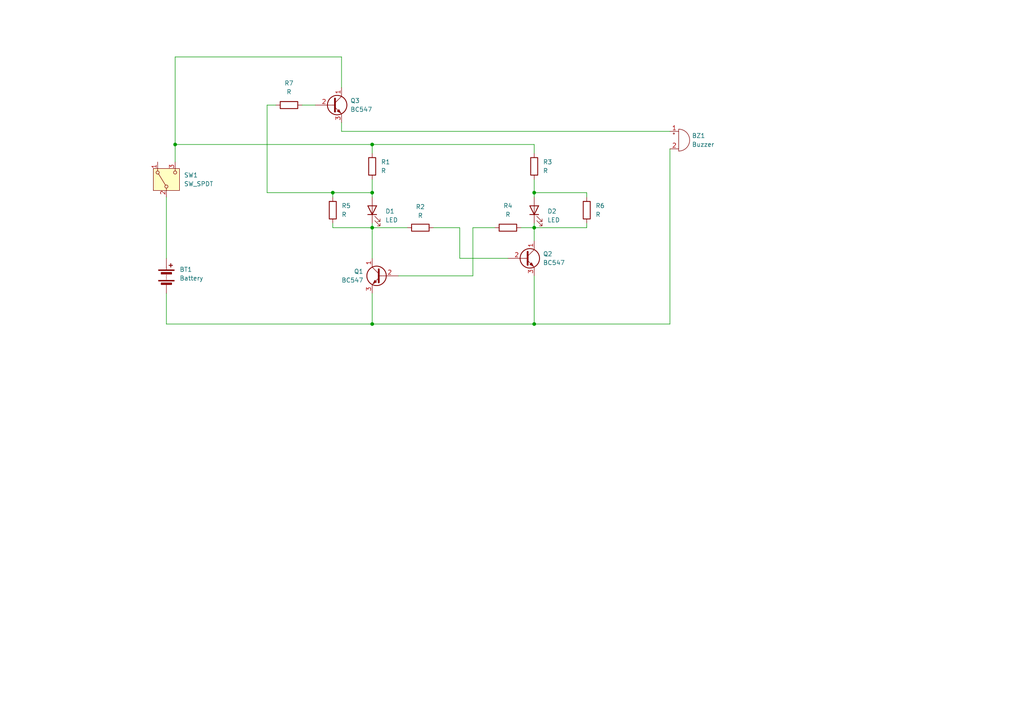
<source format=kicad_sch>
(kicad_sch (version 20231120) (generator "eeschema") (generator_version "8.0")
  (paper "A4")
  (lib_symbols
    (symbol "Device:Battery" (pin_numbers hide) (pin_names (offset 0) hide)
      (property "Reference" "BT" (at 2.54 2.54 0))
      (property "Value" "Battery" (at 2.54 0 0))
      (symbol "Battery_0_1"
        (rectangle (start -2.286 -1.27) (end 2.286 -1.524) (fill (type outline)))
        (rectangle (start -2.286 1.778) (end 2.286 1.524) (fill (type outline)))
        (rectangle (start -1.524 -2.032) (end 1.524 -2.54) (fill (type outline)))
        (rectangle (start -1.524 1.016) (end 1.524 0.508) (fill (type outline)))
        (polyline (pts (xy 0 -1.016) (xy 0 -0.762)))
        (polyline (pts (xy 0 -0.508) (xy 0 -0.254)))
        (polyline (pts (xy 0 0) (xy 0 0.254)))
        (polyline (pts (xy 0 1.778) (xy 0 2.54)))
        (polyline (pts (xy 0.762 3.048) (xy 1.778 3.048)) (stroke (width 0.254)))
        (polyline (pts (xy 1.27 3.556) (xy 1.27 2.54)) (stroke (width 0.254)))
      )
      (symbol "Battery_1_1"
        (pin passive line (at 0 5.08 270) (length 2.54) (name "+") (number "1"))
        (pin passive line (at 0 -5.08 90) (length 2.54) (name "-") (number "2"))
      )
    )
    (symbol "Device:Buzzer" (pin_names (offset 0.0254) hide)
      (property "Reference" "BZ" (at 3.81 1.27 0))
      (property "Value" "Buzzer" (at 3.81 -1.27 0))
      (symbol "Buzzer_0_1"
        (arc (start 0 -3.175) (mid 3.1612 0) (end 0 3.175))
        (polyline (pts (xy -1.651 1.905) (xy -1.143 1.905)))
        (polyline (pts (xy -1.397 2.159) (xy -1.397 1.651)))
        (polyline (pts (xy 0 3.175) (xy 0 -3.175)))
      )
      (symbol "Buzzer_1_1"
        (pin passive line (at -2.54 2.54 0) (length 2.54) (name "+") (number "1"))
        (pin passive line (at -2.54 -2.54 0) (length 2.54) (name "-") (number "2"))
      )
    )
    (symbol "Device:LED" (pin_numbers hide) (pin_names (offset 1.016) hide)
      (property "Reference" "D" (at 0 2.54 0))
      (property "Value" "LED" (at 0 -2.54 0))
      (symbol "LED_0_1"
        (polyline (pts (xy -1.27 -1.27) (xy -1.27 1.27)) (stroke (width 0.254)))
        (polyline (pts (xy -1.27 0) (xy 1.27 0)))
        (polyline (pts (xy 1.27 -1.27) (xy 1.27 1.27) (xy -1.27 0) (xy 1.27 -1.27)) (stroke (width 0.254)))
        (polyline (pts (xy -3.048 -0.762) (xy -4.572 -2.286) (xy -3.81 -2.286) (xy -4.572 -2.286) (xy -4.572 -1.524)))
        (polyline (pts (xy -1.778 -0.762) (xy -3.302 -2.286) (xy -2.54 -2.286) (xy -3.302 -2.286) (xy -3.302 -1.524)))
      )
      (symbol "LED_1_1"
        (pin passive line (at -3.81 0 0) (length 2.54) (name "K") (number "1"))
        (pin passive line (at 3.81 0 180) (length 2.54) (name "A") (number "2"))
      )
    )
    (symbol "Device:R" (pin_numbers hide) (pin_names (offset 0))
      (property "Reference" "R" (at 2.032 0 90))
      (property "Value" "R" (at 0 0 90))
      (symbol "R_0_1"
        (rectangle (start -1.016 -2.54) (end 1.016 2.54) (stroke (width 0.254)))
      )
      (symbol "R_1_1"
        (pin passive line (at 0 3.81 270) (length 1.27) (name "~") (number "1"))
        (pin passive line (at 0 -3.81 90) (length 1.27) (name "~") (number "2"))
      )
    )
    (symbol "Switch:SW_SPDT" (pin_names (offset 0) hide)
      (property "Reference" "SW" (at 0 5.08 0))
      (property "Value" "SW_SPDT" (at 0 -5.08 0))
      (symbol "SW_SPDT_0_1"
        (circle (center -2.032 0) (radius 0.4572))
        (polyline (pts (xy -1.651 0.254) (xy 1.651 2.286)))
        (circle (center 2.032 -2.54) (radius 0.4572))
        (circle (center 2.032 2.54) (radius 0.4572))
      )
      (symbol "SW_SPDT_1_1"
        (rectangle (start -3.175 3.81) (end 3.175 -3.81) (fill (type background)))
        (pin passive line (at 5.08 2.54 180) (length 2.54) (name "A") (number "1"))
        (pin passive line (at -5.08 0 0) (length 2.54) (name "B") (number "2"))
        (pin passive line (at 5.08 -2.54 180) (length 2.54) (name "C") (number "3"))
      )
    )
    (symbol "Transistor_BJT:BC547" (pin_names (offset 0) hide)
      (property "Reference" "Q" (at 5.08 1.905 0))
      (property "Value" "BC547" (at 5.08 0 0))
      (symbol "BC547_0_1"
        (polyline (pts (xy 0 0) (xy 0.635 0)))
        (polyline (pts (xy 0.635 0.635) (xy 2.54 2.54)))
        (polyline (pts (xy 0.635 -0.635) (xy 2.54 -2.54) (xy 2.54 -2.54)))
        (polyline (pts (xy 0.635 1.905) (xy 0.635 -1.905) (xy 0.635 -1.905)) (stroke (width 0.508)))
        (polyline (pts (xy 1.27 -1.778) (xy 1.778 -1.27) (xy 2.286 -2.286) (xy 1.27 -1.778) (xy 1.27 -1.778)) (fill (type outline)))
        (circle (center 1.27 0) (radius 2.8194) (stroke (width 0.254)))
      )
      (symbol "BC547_1_1"
        (pin passive line (at 2.54 5.08 270) (length 2.54) (name "C") (number "1"))
        (pin input line (at -5.08 0 0) (length 5.08) (name "B") (number "2"))
        (pin passive line (at 2.54 -5.08 90) (length 2.54) (name "E") (number "3"))
      )
    )
  )
  (junction (at 154.94 93.98))
  (junction (at 107.95 93.98))
  (junction (at 96.52 55.88))
  (junction (at 154.94 55.88))
  (junction (at 107.95 41.91))
  (junction (at 107.95 66.04))
  (junction (at 154.94 66.04))
  (junction (at 107.95 55.88))
  (junction (at 50.8 41.91))
  (wire (pts (xy 91.44 30.48) (xy 87.63 30.48)))
  (wire (pts (xy 50.8 46.99) (xy 50.8 41.91)))
  (wire (pts (xy 107.95 66.04) (xy 118.11 66.04)))
  (wire (pts (xy 50.8 41.91) (xy 50.8 16.51)))
  (wire (pts (xy 194.31 93.98) (xy 154.94 93.98)))
  (wire (pts (xy 137.16 80.01) (xy 115.57 80.01)))
  (wire (pts (xy 154.94 44.45) (xy 154.94 41.91)))
  (wire (pts (xy 99.06 35.56) (xy 99.06 38.1)))
  (wire (pts (xy 50.8 41.91) (xy 107.95 41.91)))
  (wire (pts (xy 154.94 52.07) (xy 154.94 55.88)))
  (wire (pts (xy 107.95 93.98) (xy 48.26 93.98)))
  (wire (pts (xy 170.18 64.77) (xy 170.18 66.04)))
  (wire (pts (xy 48.26 93.98) (xy 48.26 85.09)))
  (wire (pts (xy 154.94 64.77) (xy 154.94 66.04)))
  (wire (pts (xy 96.52 66.04) (xy 107.95 66.04)))
  (wire (pts (xy 96.52 57.15) (xy 96.52 55.88)))
  (wire (pts (xy 107.95 44.45) (xy 107.95 41.91)))
  (wire (pts (xy 96.52 55.88) (xy 107.95 55.88)))
  (wire (pts (xy 77.47 55.88) (xy 77.47 30.48)))
  (wire (pts (xy 170.18 57.15) (xy 170.18 55.88)))
  (wire (pts (xy 48.26 57.15) (xy 48.26 74.93)))
  (wire (pts (xy 50.8 16.51) (xy 99.06 16.51)))
  (wire (pts (xy 154.94 93.98) (xy 107.95 93.98)))
  (wire (pts (xy 151.13 66.04) (xy 154.94 66.04)))
  (wire (pts (xy 107.95 85.09) (xy 107.95 93.98)))
  (wire (pts (xy 154.94 66.04) (xy 154.94 69.85)))
  (wire (pts (xy 99.06 38.1) (xy 194.31 38.1)))
  (wire (pts (xy 137.16 66.04) (xy 137.16 80.01)))
  (wire (pts (xy 107.95 55.88) (xy 107.95 57.15)))
  (wire (pts (xy 170.18 66.04) (xy 154.94 66.04)))
  (wire (pts (xy 77.47 30.48) (xy 80.01 30.48)))
  (wire (pts (xy 107.95 52.07) (xy 107.95 55.88)))
  (wire (pts (xy 143.51 66.04) (xy 137.16 66.04)))
  (wire (pts (xy 194.31 43.18) (xy 194.31 93.98)))
  (wire (pts (xy 154.94 55.88) (xy 170.18 55.88)))
  (wire (pts (xy 133.35 74.93) (xy 147.32 74.93)))
  (wire (pts (xy 77.47 55.88) (xy 96.52 55.88)))
  (wire (pts (xy 154.94 55.88) (xy 154.94 57.15)))
  (wire (pts (xy 96.52 64.77) (xy 96.52 66.04)))
  (wire (pts (xy 154.94 80.01) (xy 154.94 93.98)))
  (wire (pts (xy 99.06 16.51) (xy 99.06 25.4)))
  (wire (pts (xy 107.95 66.04) (xy 107.95 64.77)))
  (wire (pts (xy 125.73 66.04) (xy 133.35 66.04)))
  (wire (pts (xy 107.95 74.93) (xy 107.95 66.04)))
  (wire (pts (xy 133.35 66.04) (xy 133.35 74.93)))
  (wire (pts (xy 107.95 41.91) (xy 154.94 41.91)))
  (symbol (lib_id "Transistor_BJT:BC547") (at 152.4 74.93 0) (unit 1)
    (property "Reference" "Q2" (at 157.48 73.6599 0) (effects (justify left)))
    (property "Value" "BC547" (at 157.48 76.1999 0) (effects (justify left)))
    (property "Footprint" "Package_TO_SOT_THT:TO-92_Inline" (effects (hide yes)))
    (property "Datasheet" "https://www.onsemi.com/pub/Collateral/BC550-D.pdf" (effects (hide yes)))
    (property "Description" "0.1A Ic, 45V Vce, Small Signal NPN Transistor, TO-92" (effects (hide yes)))
  )
  (symbol (lib_id "Device:LED") (at 154.94 60.96 90) (unit 1)
    (property "Reference" "D2" (at 158.75 61.2774 90) (effects (justify right)))
    (property "Value" "LED" (at 158.75 63.8174 90) (effects (justify right)))
    (property "Description" "Light emitting diode" (effects (hide yes)))
  )
  (symbol (lib_id "Device:R") (at 107.95 48.26 180) (unit 1)
    (property "Reference" "R1" (at 110.49 46.9899 0) (effects (justify right)))
    (property "Value" "R" (at 110.49 49.5299 0) (effects (justify right)))
    (property "Description" "Resistor" (effects (hide yes)))
  )
  (symbol (lib_id "Switch:SW_SPDT") (at 48.26 52.07 90) (unit 1)
    (property "Reference" "SW1" (at 53.34 50.7999 90) (effects (justify right)))
    (property "Value" "SW_SPDT" (at 53.34 53.3399 90) (effects (justify right)))
    (property "Description" "Switch, single pole double throw" (effects (hide yes)))
  )
  (symbol (lib_id "Transistor_BJT:BC547") (at 110.49 80.01 0) (mirror y) (unit 1)
    (property "Reference" "Q1" (at 105.41 78.7399 0) (effects (justify left)))
    (property "Value" "BC547" (at 105.41 81.2799 0) (effects (justify left)))
    (property "Footprint" "Package_TO_SOT_THT:TO-92_Inline" (effects (hide yes)))
    (property "Datasheet" "https://www.onsemi.com/pub/Collateral/BC550-D.pdf" (effects (hide yes)))
    (property "Description" "0.1A Ic, 45V Vce, Small Signal NPN Transistor, TO-92" (effects (hide yes)))
  )
  (symbol (lib_id "Device:Buzzer") (at 196.85 40.64 0) (unit 1)
    (property "Reference" "BZ1" (at 200.66 39.3699 0) (effects (justify left)))
    (property "Value" "Buzzer" (at 200.66 41.9099 0) (effects (justify left)))
    (property "Description" "Buzzer, polarized" (effects (hide yes)))
  )
  (symbol (lib_id "Device:R") (at 121.92 66.04 270) (unit 1)
    (property "Reference" "R2" (at 121.92 59.993 90))
    (property "Value" "R" (at 121.92 62.533 90))
    (property "Description" "Resistor" (effects (hide yes)))
  )
  (symbol (lib_id "Device:R") (at 83.82 30.48 270) (unit 1)
    (property "Reference" "R7" (at 83.82 24.13 90))
    (property "Value" "R" (at 83.82 26.67 90))
    (property "Description" "Resistor" (effects (hide yes)))
  )
  (symbol (lib_id "Device:LED") (at 107.95 60.96 90) (unit 1)
    (property "Reference" "D1" (at 111.76 61.2774 90) (effects (justify right)))
    (property "Value" "LED" (at 111.76 63.8174 90) (effects (justify right)))
    (property "Description" "Light emitting diode" (effects (hide yes)))
  )
  (symbol (lib_id "Device:Battery") (at 48.26 80.01 0) (unit 1)
    (property "Reference" "BT1" (at 52.07 78.1684 0) (effects (justify left)))
    (property "Value" "Battery" (at 52.07 80.7084 0) (effects (justify left)))
    (property "Description" "Multiple-cell battery" (effects (hide yes)))
  )
  (symbol (lib_id "Device:R") (at 147.32 66.04 270) (unit 1)
    (property "Reference" "R4" (at 147.32 59.69 90))
    (property "Value" "R" (at 147.32 62.23 90))
    (property "Description" "Resistor" (effects (hide yes)))
  )
  (symbol (lib_id "Device:R") (at 96.52 60.96 180) (unit 1)
    (property "Reference" "R5" (at 99.06 59.6899 0) (effects (justify right)))
    (property "Value" "R" (at 99.06 62.2299 0) (effects (justify right)))
    (property "Description" "Resistor" (effects (hide yes)))
  )
  (symbol (lib_id "Device:R") (at 154.94 48.26 180) (unit 1)
    (property "Reference" "R3" (at 157.48 46.9899 0) (effects (justify right)))
    (property "Value" "R" (at 157.48 49.5299 0) (effects (justify right)))
    (property "Description" "Resistor" (effects (hide yes)))
  )
  (symbol (lib_id "Transistor_BJT:BC547") (at 96.52 30.48 0) (unit 1)
    (property "Reference" "Q3" (at 101.6 29.2099 0) (effects (justify left)))
    (property "Value" "BC547" (at 101.6 31.7499 0) (effects (justify left)))
    (property "Footprint" "Package_TO_SOT_THT:TO-92_Inline" (effects (hide yes)))
    (property "Datasheet" "https://www.onsemi.com/pub/Collateral/BC550-D.pdf" (effects (hide yes)))
    (property "Description" "0.1A Ic, 45V Vce, Small Signal NPN Transistor, TO-92" (effects (hide yes)))
  )
  (symbol (lib_id "Device:R") (at 170.18 60.96 180) (unit 1)
    (property "Reference" "R6" (at 172.72 59.6899 0) (effects (justify right)))
    (property "Value" "R" (at 172.72 62.2299 0) (effects (justify right)))
    (property "Description" "Resistor" (effects (hide yes)))
  )
)
</source>
